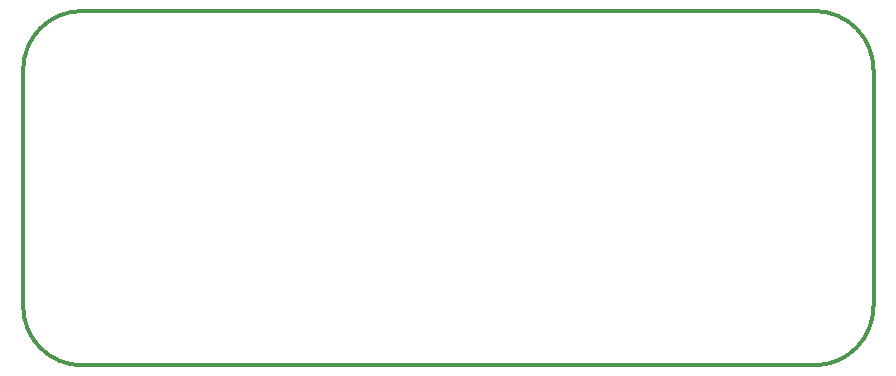
<source format=gbr>
G04 #@! TF.GenerationSoftware,KiCad,Pcbnew,(5.1.7)-1*
G04 #@! TF.CreationDate,2021-04-21T20:11:02-05:00*
G04 #@! TF.ProjectId,PortableAmpSlim,506f7274-6162-46c6-9541-6d70536c696d,rev?*
G04 #@! TF.SameCoordinates,Original*
G04 #@! TF.FileFunction,Profile,NP*
%FSLAX46Y46*%
G04 Gerber Fmt 4.6, Leading zero omitted, Abs format (unit mm)*
G04 Created by KiCad (PCBNEW (5.1.7)-1) date 2021-04-21 20:11:02*
%MOMM*%
%LPD*%
G01*
G04 APERTURE LIST*
G04 #@! TA.AperFunction,Profile*
%ADD10C,0.300000*%
G04 #@! TD*
G04 APERTURE END LIST*
D10*
X165000000Y-87000000D02*
X103000000Y-87000000D01*
X98000000Y-82000000D02*
X98000000Y-62000000D01*
X165000000Y-57000000D02*
X103000000Y-57000000D01*
X103000000Y-87000000D02*
G75*
G02*
X98000000Y-82000000I0J5000000D01*
G01*
X98000000Y-62000000D02*
G75*
G02*
X103000000Y-57000000I5000000J0D01*
G01*
X170000000Y-82000000D02*
G75*
G02*
X165000000Y-87000000I-5000000J0D01*
G01*
X165000000Y-57000000D02*
G75*
G02*
X170000000Y-62000000I0J-5000000D01*
G01*
X170000000Y-62000000D02*
X170000000Y-82000000D01*
M02*

</source>
